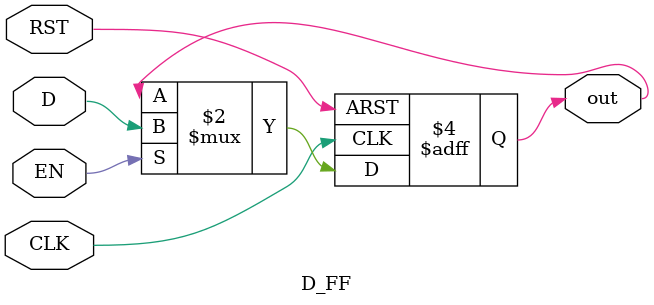
<source format=v>
`timescale 1ns / 1ps


module D_FF(
    input CLK,RST,EN,D,
    output reg out
    );
       always @(posedge CLK,posedge RST)
      if (RST) begin
         out <= 1'b0;
      end else if (EN) begin
         out <= D;
      end			
endmodule

</source>
